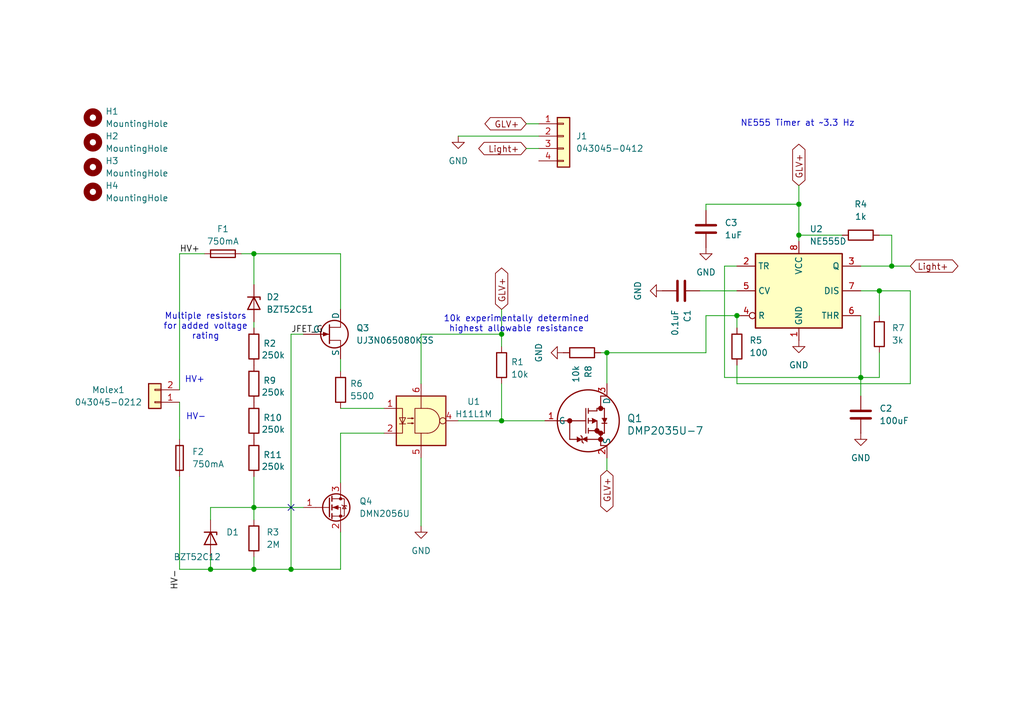
<source format=kicad_sch>
(kicad_sch (version 20231120) (generator "eeschema") (generator_version "8.0")
  (paper "A5")
  (lib_symbols
    (symbol "Connector_Generic:Conn_01x02" (pin_names (offset 1.016) hide)
      (property "Reference" "J" (at 0 2.54 0))
      (property "Value" "Conn_01x02" (at 0 -5.08 0))
      (symbol "Conn_01x02_1_1"
        (rectangle (start -1.27 -2.413) (end 0 -2.667) (stroke (width 0.1524)))
        (rectangle (start -1.27 0.127) (end 0 -0.127) (stroke (width 0.1524)))
        (rectangle (start -1.27 1.27) (end 1.27 -3.81) (stroke (width 0.254)) (fill (type background)))
        (pin passive line (at -5.08 0 0) (length 3.81) (name "Pin_1") (number "1"))
        (pin passive line (at -5.08 -2.54 0) (length 3.81) (name "Pin_2") (number "2"))
      )
    )
    (symbol "Connector_Generic:Conn_01x04" (pin_names (offset 1.016) hide)
      (property "Reference" "J" (at 0 5.08 0))
      (property "Value" "Conn_01x04" (at 0 -7.62 0))
      (symbol "Conn_01x04_1_1"
        (rectangle (start -1.27 -4.953) (end 0 -5.207) (stroke (width 0.1524)))
        (rectangle (start -1.27 -2.413) (end 0 -2.667) (stroke (width 0.1524)))
        (rectangle (start -1.27 0.127) (end 0 -0.127) (stroke (width 0.1524)))
        (rectangle (start -1.27 2.667) (end 0 2.413) (stroke (width 0.1524)))
        (rectangle (start -1.27 3.81) (end 1.27 -6.35) (stroke (width 0.254)) (fill (type background)))
        (pin passive line (at -5.08 2.54 0) (length 3.81) (name "Pin_1") (number "1"))
        (pin passive line (at -5.08 0 0) (length 3.81) (name "Pin_2") (number "2"))
        (pin passive line (at -5.08 -2.54 0) (length 3.81) (name "Pin_3") (number "3"))
        (pin passive line (at -5.08 -5.08 0) (length 3.81) (name "Pin_4") (number "4"))
      )
    )
    (symbol "Device:C" (pin_numbers hide) (pin_names (offset 0.254))
      (property "Reference" "C" (at 0.635 2.54 0))
      (property "Value" "C" (at 0.635 -2.54 0))
      (symbol "C_0_1"
        (polyline (pts (xy -2.032 -0.762) (xy 2.032 -0.762)) (stroke (width 0.508)))
        (polyline (pts (xy -2.032 0.762) (xy 2.032 0.762)) (stroke (width 0.508)))
      )
      (symbol "C_1_1"
        (pin passive line (at 0 3.81 270) (length 2.794) (name "~") (number "1"))
        (pin passive line (at 0 -3.81 90) (length 2.794) (name "~") (number "2"))
      )
    )
    (symbol "Device:D_Zener" (pin_numbers hide) (pin_names (offset 1.016) hide)
      (property "Reference" "D" (at 0 2.54 0))
      (property "Value" "D_Zener" (at 0 -2.54 0))
      (symbol "D_Zener_0_1"
        (polyline (pts (xy 1.27 0) (xy -1.27 0)))
        (polyline (pts (xy -1.27 -1.27) (xy -1.27 1.27) (xy -0.762 1.27)) (stroke (width 0.254)))
        (polyline (pts (xy 1.27 -1.27) (xy 1.27 1.27) (xy -1.27 0) (xy 1.27 -1.27)) (stroke (width 0.254)))
      )
      (symbol "D_Zener_1_1"
        (pin passive line (at -3.81 0 0) (length 2.54) (name "K") (number "1"))
        (pin passive line (at 3.81 0 180) (length 2.54) (name "A") (number "2"))
      )
    )
    (symbol "Device:Fuse" (pin_numbers hide) (pin_names (offset 0))
      (property "Reference" "F" (at 2.032 0 90))
      (property "Value" "Fuse" (at -1.905 0 90))
      (symbol "Fuse_0_1"
        (rectangle (start -0.762 -2.54) (end 0.762 2.54) (stroke (width 0.254)))
        (polyline (pts (xy 0 2.54) (xy 0 -2.54)))
      )
      (symbol "Fuse_1_1"
        (pin passive line (at 0 3.81 270) (length 1.27) (name "~") (number "1"))
        (pin passive line (at 0 -3.81 90) (length 1.27) (name "~") (number "2"))
      )
    )
    (symbol "Device:R" (pin_numbers hide) (pin_names (offset 0))
      (property "Reference" "R" (at 2.032 0 90))
      (property "Value" "R" (at 0 0 90))
      (symbol "R_0_1"
        (rectangle (start -1.016 -2.54) (end 1.016 2.54) (stroke (width 0.254)))
      )
      (symbol "R_1_1"
        (pin passive line (at 0 3.81 270) (length 1.27) (name "~") (number "1"))
        (pin passive line (at 0 -3.81 90) (length 1.27) (name "~") (number "2"))
      )
    )
    (symbol "Diode:BZT52Bxx" (pin_numbers hide) (pin_names hide)
      (property "Reference" "D" (at 0 2.54 0))
      (property "Value" "BZT52Bxx" (at 0 -2.54 0))
      (symbol "BZT52Bxx_0_1"
        (polyline (pts (xy 1.27 0) (xy -1.27 0)))
        (polyline (pts (xy -1.27 -1.27) (xy -1.27 1.27) (xy -0.762 1.27)) (stroke (width 0.254)))
        (polyline (pts (xy 1.27 -1.27) (xy 1.27 1.27) (xy -1.27 0) (xy 1.27 -1.27)) (stroke (width 0.254)))
      )
      (symbol "BZT52Bxx_1_1"
        (pin passive line (at -3.81 0 0) (length 2.54) (name "K") (number "1"))
        (pin passive line (at 3.81 0 180) (length 2.54) (name "A") (number "2"))
      )
    )
    (symbol "Isolator:H11L1" (pin_names (offset 1.016))
      (property "Reference" "U" (at 1.27 8.89 0))
      (property "Value" "H11L1" (at 1.27 6.35 0))
      (symbol "H11L1_0_1"
        (rectangle (start -5.08 5.08) (end 5.08 -5.08) (stroke (width 0.254)) (fill (type background)))
        (polyline (pts (xy -4.445 -0.635) (xy -3.175 -0.635)))
        (polyline (pts (xy 0 2.54) (xy 0 5.08)))
        (polyline (pts (xy 0 -2.54) (xy 0 -5.08) (xy 0 -3.81)))
        (polyline (pts (xy -5.08 -2.54) (xy -3.81 -2.54) (xy -3.81 2.54) (xy -5.08 2.54)))
        (polyline (pts (xy -3.81 -0.635) (xy -4.445 0.635) (xy -3.175 0.635) (xy -3.81 -0.635)))
        (polyline (pts (xy 1.27 -2.54) (xy -1.27 -2.54) (xy -1.27 2.54) (xy 1.27 2.54)))
        (polyline (pts (xy -2.794 -0.508) (xy -1.524 -0.508) (xy -1.905 -0.635) (xy -1.905 -0.381) (xy -1.524 -0.508)))
        (polyline (pts (xy -2.794 0.508) (xy -1.524 0.508) (xy -1.905 0.381) (xy -1.905 0.635) (xy -1.524 0.508)))
        (arc (start 1.27 -2.54) (mid 3.799 0) (end 1.27 2.54))
      )
      (symbol "H11L1_1_1"
        (pin passive line (at -7.62 2.54 0) (length 2.54) (name "~") (number "1"))
        (pin passive line (at -7.62 -2.54 0) (length 2.54) (name "~") (number "2"))
        (pin no_connect line (at -5.08 0 0) (length 2.54) hide (name "~") (number "3"))
        (pin output inverted (at 7.62 0 180) (length 3.81) (name "~") (number "4"))
        (pin power_in line (at 0 -7.62 90) (length 2.54) (name "~") (number "5"))
        (pin power_in line (at 0 7.62 270) (length 2.54) (name "~") (number "6"))
      )
    )
    (symbol "Mechanical:MountingHole" (pin_names (offset 1.016)) (exclude_from_sim yes) (in_bom no)
      (property "Reference" "H" (at 0 5.08 0))
      (property "Value" "MountingHole" (at 0 3.175 0))
      (symbol "MountingHole_0_1"
        (circle (center 0 0) (radius 1.27) (stroke (width 1.27)))
      )
    )
    (symbol "Simulation_SPICE:NJFET" (pin_numbers hide) (pin_names (offset 0))
      (property "Reference" "Q3" (at 5.715 1.27 0))
      (property "Value" "UJ3N120035K3S" (at 5.715 -1.27 0))
      (symbol "NJFET_0_1"
        (polyline (pts (xy 0.254 1.905) (xy 0.254 -1.905) (xy 0.254 -1.905)) (stroke (width 0.254)))
        (polyline (pts (xy 2.54 -2.54) (xy 2.54 -1.27) (xy 0.254 -1.27)))
        (polyline (pts (xy 2.54 2.54) (xy 2.54 1.397) (xy 0.254 1.397)))
        (polyline (pts (xy 0 0) (xy -1.016 0.381) (xy -1.016 -0.381) (xy 0 0)) (fill (type outline)))
        (circle (center 1.27 0) (radius 2.8194) (stroke (width 0.254)))
      )
      (symbol "NJFET_1_1"
        (pin input line (at -5.08 0 0) (length 5.334) (name "G") (number "1"))
        (pin passive line (at 2.54 5.08 270) (length 2.54) (name "D") (number "2"))
        (pin passive line (at 2.54 -5.08 90) (length 2.54) (name "S") (number "3"))
      )
    )
    (symbol "Timer:NE555D"
      (property "Reference" "U" (at -10.16 8.89 0))
      (property "Value" "NE555D" (at 2.54 8.89 0))
      (symbol "NE555D_0_0"
        (pin power_in line (at 0 -10.16 90) (length 2.54) (name "GND") (number "1"))
        (pin power_in line (at 0 10.16 270) (length 2.54) (name "VCC") (number "8"))
      )
      (symbol "NE555D_0_1"
        (rectangle (start -8.89 -7.62) (end 8.89 7.62) (stroke (width 0.254)) (fill (type background)))
        (rectangle (start -8.89 -7.62) (end 8.89 7.62) (stroke (width 0.254)) (fill (type background)))
      )
      (symbol "NE555D_1_1"
        (pin input line (at -12.7 5.08 0) (length 3.81) (name "TR") (number "2"))
        (pin output line (at 12.7 5.08 180) (length 3.81) (name "Q") (number "3"))
        (pin input inverted (at -12.7 -5.08 0) (length 3.81) (name "R") (number "4"))
        (pin input line (at -12.7 0 0) (length 3.81) (name "CV") (number "5"))
        (pin input line (at 12.7 -5.08 180) (length 3.81) (name "THR") (number "6"))
        (pin input line (at 12.7 0 180) (length 3.81) (name "DIS") (number "7"))
      )
    )
    (symbol "Transistor_FET:DMN2056U" (pin_names hide)
      (property "Reference" "Q" (at 5.08 1.905 0))
      (property "Value" "DMN2056U" (at 5.08 0 0))
      (symbol "DMN2056U_0_1"
        (polyline (pts (xy 0.254 0) (xy -2.54 0)))
        (polyline (pts (xy 0.254 1.905) (xy 0.254 -1.905)) (stroke (width 0.254)))
        (polyline (pts (xy 0.762 -1.27) (xy 0.762 -2.286)) (stroke (width 0.254)))
        (polyline (pts (xy 0.762 0.508) (xy 0.762 -0.508)) (stroke (width 0.254)))
        (polyline (pts (xy 0.762 2.286) (xy 0.762 1.27)) (stroke (width 0.254)))
        (polyline (pts (xy 2.54 2.54) (xy 2.54 1.778)))
        (polyline (pts (xy 2.54 -2.54) (xy 2.54 0) (xy 0.762 0)))
        (polyline (pts (xy 0.762 -1.778) (xy 3.302 -1.778) (xy 3.302 1.778) (xy 0.762 1.778)))
        (polyline (pts (xy 1.016 0) (xy 2.032 0.381) (xy 2.032 -0.381) (xy 1.016 0)) (fill (type outline)))
        (polyline (pts (xy 2.794 0.508) (xy 2.921 0.381) (xy 3.683 0.381) (xy 3.81 0.254)))
        (polyline (pts (xy 3.302 0.381) (xy 2.921 -0.254) (xy 3.683 -0.254) (xy 3.302 0.381)))
        (circle (center 1.651 0) (radius 2.794) (stroke (width 0.254)))
        (circle (center 2.54 -1.778) (radius 0.254) (fill (type outline)))
        (circle (center 2.54 1.778) (radius 0.254) (fill (type outline)))
      )
      (symbol "DMN2056U_1_1"
        (pin input line (at -5.08 0 0) (length 2.54) (name "G") (number "1"))
        (pin passive line (at 2.54 -5.08 90) (length 2.54) (name "S") (number "2"))
        (pin passive line (at 2.54 5.08 270) (length 2.54) (name "D") (number "3"))
      )
    )
    (symbol "Transistor_FET:DMP2035U-7" (pin_names (offset 0.254))
      (property "Reference" "MOSFET" (at 16.51 1.27 0))
      (property "Value" "DMP2035U-7" (at 16.51 -1.27 0))
      (symbol "DMP2035U-7_0_1"
        (polyline (pts (xy 2.54 0) (xy 8.382 0)) (stroke (width 0.2032)))
        (polyline (pts (xy 5.08 -3.81) (xy 5.08 0)) (stroke (width 0.2032)))
        (polyline (pts (xy 5.08 -3.81) (xy 6.604 -3.81)) (stroke (width 0.2032)))
        (polyline (pts (xy 7.366 -3.048) (xy 7.62 -3.302)) (stroke (width 0.2032)))
        (polyline (pts (xy 7.62 -4.318) (xy 7.874 -4.572)) (stroke (width 0.2032)))
        (polyline (pts (xy 7.62 -3.302) (xy 7.62 -4.318)) (stroke (width 0.2032)))
        (polyline (pts (xy 8.382 -2.54) (xy 8.382 2.54)) (stroke (width 0.2032)))
        (polyline (pts (xy 8.636 -3.81) (xy 11.43 -3.81)) (stroke (width 0.2032)))
        (polyline (pts (xy 8.89 -2.54) (xy 8.89 -1.524)) (stroke (width 0.2032)))
        (polyline (pts (xy 8.89 -2.032) (xy 10.668 -2.032)) (stroke (width 0.2032)))
        (polyline (pts (xy 8.89 -0.508) (xy 8.89 0.508)) (stroke (width 0.2032)))
        (polyline (pts (xy 8.89 0) (xy 10.668 0)) (stroke (width 0.2032)))
        (polyline (pts (xy 8.89 1.524) (xy 8.89 2.54)) (stroke (width 0.2032)))
        (polyline (pts (xy 8.89 2.032) (xy 10.668 2.032)) (stroke (width 0.2032)))
        (polyline (pts (xy 10.668 -2.54) (xy 10.668 0)) (stroke (width 0.2032)))
        (polyline (pts (xy 10.668 -2.54) (xy 12.192 -2.54)) (stroke (width 0.2032)))
        (polyline (pts (xy 10.668 2.032) (xy 10.668 2.54)) (stroke (width 0.2032)))
        (polyline (pts (xy 10.668 2.54) (xy 12.192 2.54)) (stroke (width 0.2032)))
        (polyline (pts (xy 11.43 -5.08) (xy 11.43 -2.54)) (stroke (width 0.2032)))
        (polyline (pts (xy 11.43 -5.08) (xy 12.7 -5.08)) (stroke (width 0.2032)))
        (polyline (pts (xy 11.43 5.08) (xy 11.43 2.54)) (stroke (width 0.2032)))
        (polyline (pts (xy 11.43 5.08) (xy 12.7 5.08)) (stroke (width 0.2032)))
        (polyline (pts (xy 11.684 -0.508) (xy 12.7 -0.508)) (stroke (width 0.2032)))
        (polyline (pts (xy 12.192 -2.54) (xy 12.192 2.54)) (stroke (width 0.2032)))
        (polyline (pts (xy 6.604 -3.302) (xy 6.604 -4.318) (xy 7.62 -3.81)) (fill (type outline)))
        (polyline (pts (xy 8.636 -4.318) (xy 8.636 -3.302) (xy 7.62 -3.81)) (fill (type outline)))
        (polyline (pts (xy 9.652 0.508) (xy 10.668 0) (xy 9.652 -0.508)) (fill (type outline)))
        (polyline (pts (xy 11.684 0.508) (xy 12.7 0.508) (xy 12.192 -0.508)) (fill (type outline)))
        (circle (center 5.08 0) (radius 0.0254) (stroke (width 0.508)))
        (circle (center 8.89 0) (radius 6.35) (stroke (width 0.254)))
        (circle (center 10.668 -2.032) (radius 0.0254) (stroke (width 0.508)))
        (circle (center 11.43 -3.81) (radius 0.0254) (stroke (width 0.508)))
        (circle (center 11.43 -2.54) (radius 0.0254) (stroke (width 0.508)))
        (circle (center 11.43 2.54) (radius 0.0254) (stroke (width 0.508)))
        (pin unspecified line (at 0 0 0) (length 2.54) (name "G") (number "1"))
        (pin unspecified line (at 12.7 -7.62 90) (length 2.54) (name "S") (number "2"))
        (pin unspecified line (at 12.7 7.62 270) (length 2.54) (name "D") (number "3"))
      )
    )
    (symbol "power:GND" (power) (pin_numbers hide) (pin_names (offset 0) hide)
      (property "Value" "GND" (at 0 -3.81 0))
      (symbol "GND_0_1"
        (polyline (pts (xy 0 0) (xy 0 -1.27) (xy 1.27 -1.27) (xy 0 -2.54) (xy -1.27 -1.27) (xy 0 -1.27)))
      )
      (symbol "GND_1_1"
        (pin power_in line (at 0 0 270) (length 0) (name "~") (number "1"))
      )
    )
  )
  (junction (at 176.53 77.47))
  (junction (at 124.46 72.39))
  (junction (at 163.83 48.26))
  (junction (at 52.07 116.84))
  (junction (at 182.88 54.61))
  (junction (at 52.07 52.07))
  (junction (at 52.07 104.14))
  (junction (at 163.83 41.91))
  (junction (at 59.69 116.84))
  (junction (at 180.34 59.69))
  (junction (at 102.87 68.58))
  (junction (at 102.87 86.36))
  (junction (at 151.13 64.77))
  (junction (at 43.18 116.84))
  (no_connect (at 59.69 104.14))
  (wire (pts (xy 163.83 48.26) (xy 172.72 48.26)))
  (wire (pts (xy 151.13 74.93) (xy 151.13 78.74)))
  (wire (pts (xy 143.51 59.69) (xy 151.13 59.69)))
  (wire (pts (xy 186.69 78.74) (xy 151.13 78.74)))
  (wire (pts (xy 78.74 88.9) (xy 69.85 88.9)))
  (wire (pts (xy 144.78 41.91) (xy 144.78 43.18)))
  (wire (pts (xy 180.34 48.26) (xy 182.88 48.26)))
  (wire (pts (xy 59.69 68.58) (xy 59.69 116.84)))
  (wire (pts (xy 52.07 52.07) (xy 52.07 58.42)))
  (wire (pts (xy 107.95 25.4) (xy 110.49 25.4)))
  (wire (pts (xy 69.85 109.22) (xy 69.85 116.84)))
  (wire (pts (xy 69.85 52.07) (xy 69.85 63.5)))
  (wire (pts (xy 36.83 97.79) (xy 36.83 116.84)))
  (wire (pts (xy 59.69 116.84) (xy 69.85 116.84)))
  (wire (pts (xy 69.85 88.9) (xy 69.85 99.06)))
  (wire (pts (xy 107.95 30.48) (xy 110.49 30.48)))
  (wire (pts (xy 86.36 93.98) (xy 86.36 107.95)))
  (wire (pts (xy 144.78 41.91) (xy 163.83 41.91)))
  (wire (pts (xy 182.88 48.26) (xy 182.88 54.61)))
  (wire (pts (xy 124.46 96.52) (xy 124.46 93.98)))
  (wire (pts (xy 52.07 52.07) (xy 69.85 52.07)))
  (wire (pts (xy 163.83 38.1) (xy 163.83 41.91)))
  (wire (pts (xy 36.83 52.07) (xy 36.83 80.01)))
  (wire (pts (xy 52.07 104.14) (xy 52.07 97.79)))
  (wire (pts (xy 176.53 77.47) (xy 148.59 77.47)))
  (wire (pts (xy 124.46 72.39) (xy 124.46 78.74)))
  (wire (pts (xy 180.34 59.69) (xy 186.69 59.69)))
  (wire (pts (xy 176.53 54.61) (xy 182.88 54.61)))
  (wire (pts (xy 43.18 116.84) (xy 52.07 116.84)))
  (wire (pts (xy 144.78 64.77) (xy 144.78 72.39)))
  (wire (pts (xy 144.78 64.77) (xy 151.13 64.77)))
  (wire (pts (xy 52.07 116.84) (xy 59.69 116.84)))
  (wire (pts (xy 123.19 72.39) (xy 124.46 72.39)))
  (wire (pts (xy 93.98 86.36) (xy 102.87 86.36)))
  (wire (pts (xy 148.59 54.61) (xy 151.13 54.61)))
  (wire (pts (xy 176.53 64.77) (xy 176.53 77.47)))
  (wire (pts (xy 102.87 86.36) (xy 111.76 86.36)))
  (wire (pts (xy 43.18 104.14) (xy 52.07 104.14)))
  (wire (pts (xy 182.88 54.61) (xy 186.69 54.61)))
  (wire (pts (xy 43.18 116.84) (xy 43.18 114.3)))
  (wire (pts (xy 180.34 59.69) (xy 180.34 64.77)))
  (wire (pts (xy 36.83 116.84) (xy 43.18 116.84)))
  (wire (pts (xy 36.83 52.07) (xy 41.91 52.07)))
  (wire (pts (xy 78.74 83.82) (xy 69.85 83.82)))
  (wire (pts (xy 69.85 73.66) (xy 69.85 76.2)))
  (wire (pts (xy 86.36 68.58) (xy 102.87 68.58)))
  (wire (pts (xy 176.53 77.47) (xy 176.53 81.28)))
  (wire (pts (xy 124.46 72.39) (xy 144.78 72.39)))
  (wire (pts (xy 43.18 104.14) (xy 43.18 106.68)))
  (wire (pts (xy 102.87 63.5) (xy 102.87 68.58)))
  (wire (pts (xy 151.13 64.77) (xy 151.13 67.31)))
  (wire (pts (xy 180.34 72.39) (xy 180.34 77.47)))
  (wire (pts (xy 52.07 116.84) (xy 52.07 114.3)))
  (wire (pts (xy 52.07 104.14) (xy 62.23 104.14)))
  (wire (pts (xy 163.83 41.91) (xy 163.83 48.26)))
  (wire (pts (xy 52.07 104.14) (xy 52.07 106.68)))
  (wire (pts (xy 163.83 48.26) (xy 163.83 49.53)))
  (wire (pts (xy 36.83 82.55) (xy 36.83 90.17)))
  (wire (pts (xy 49.53 52.07) (xy 52.07 52.07)))
  (wire (pts (xy 180.34 77.47) (xy 176.53 77.47)))
  (wire (pts (xy 93.98 27.94) (xy 110.49 27.94)))
  (wire (pts (xy 86.36 78.74) (xy 86.36 68.58)))
  (wire (pts (xy 52.07 66.04) (xy 52.07 67.31)))
  (wire (pts (xy 176.53 59.69) (xy 180.34 59.69)))
  (wire (pts (xy 102.87 86.36) (xy 102.87 78.74)))
  (wire (pts (xy 102.87 68.58) (xy 102.87 71.12)))
  (wire (pts (xy 186.69 59.69) (xy 186.69 78.74)))
  (wire (pts (xy 148.59 77.47) (xy 148.59 54.61)))
  (wire (pts (xy 59.69 68.58) (xy 62.23 68.58)))
  (text "NE555 Timer at ~3.3 Hz" (at 163.576 25.4 0) (effects (font (size 1.27 1.27))))
  (text "Multiple resistors\nfor added voltage\nrating" (at 42.164 67.056 0) (effects (font (size 1.27 1.27))))
  (text "10k experimentally determined\nhighest allowable resistance" (at 105.918 66.548 0) (effects (font (size 1.27 1.27))))
  (text "HV+" (at 37.846 78.74 0) (effects (font (size 1.27 1.27)) (justify left bottom)))
  (text "HV-" (at 38.1 86.36 0) (effects (font (size 1.27 1.27)) (justify left bottom)))
  (label "JFET_G" (at 59.69 68.58 0))
  (label "HV+" (at 36.83 52.07 0))
  (label "HV-" (at 36.83 116.84 270))
  (global_label "GLV+" (shape bidirectional) (at 124.46 96.52 270) (property "Intersheetrefs" "${INTERSHEET_REFS}" (effects (hide yes))))
  (global_label "Light+" (shape bidirectional) (at 186.69 54.61 0) (property "Intersheetrefs" "${INTERSHEET_REFS}" (effects (hide yes))))
  (global_label "GLV+" (shape bidirectional) (at 102.87 63.5 90) (property "Intersheetrefs" "${INTERSHEET_REFS}" (effects (hide yes))))
  (global_label "GLV+" (shape bidirectional) (at 107.95 25.4 180) (property "Intersheetrefs" "${INTERSHEET_REFS}" (effects (hide yes))))
  (global_label "Light+" (shape bidirectional) (at 107.95 30.48 180) (property "Intersheetrefs" "${INTERSHEET_REFS}" (effects (hide yes))))
  (global_label "GLV+" (shape bidirectional) (at 163.83 38.1 90) (property "Intersheetrefs" "${INTERSHEET_REFS}" (effects (hide yes))))
  (symbol (lib_id "Device:C") (at 139.7 59.69 90) (unit 1)
    (property "Reference" "C1" (at 140.9701 63.5 0) (effects (justify right)))
    (property "Value" "0.1uF" (at 138.4301 63.5 0) (effects (justify right)))
    (property "Footprint" "Capacitor_SMD:C_0805_2012Metric_Pad1.18x1.45mm_HandSolder" (effects (hide yes)))
    (property "Description" "Unpolarized capacitor" (effects (hide yes)))
  )
  (symbol (lib_id "power:GND") (at 86.36 107.95 0) (unit 1)
    (property "Reference" "#PWR04" (effects (hide yes)))
    (property "Value" "GND" (at 86.36 113.03 0))
    (property "Description" "Power symbol creates a global label with name \"GND\" , ground" (effects (hide yes)))
  )
  (symbol (lib_id "power:GND") (at 115.57 72.39 270) (unit 1)
    (property "Reference" "#PWR05" (effects (hide yes)))
    (property "Value" "GND" (at 110.49 72.39 0))
    (property "Description" "Power symbol creates a global label with name \"GND\" , ground" (effects (hide yes)))
  )
  (symbol (lib_id "Transistor_FET:DMN2056U") (at 67.31 104.14 0) (unit 1)
    (property "Reference" "Q4" (at 73.66 102.8699 0) (effects (justify left)))
    (property "Value" "DMN2056U" (at 73.66 105.4099 0) (effects (justify left)))
    (property "Footprint" "Package_TO_SOT_SMD:SOT-23" (effects (hide yes)))
    (property "Datasheet" "http://www.diodes.com/assets/Datasheets/DMN2056U.pdf" (effects (hide yes)))
    (property "Description" "4A Id, 20V Vds, N-Channel MOSFET, SOT-23" (effects (hide yes)))
  )
  (symbol (lib_id "Device:R") (at 69.85 80.01 0) (unit 1)
    (property "Reference" "R6" (at 71.755 78.74 0) (effects (justify left)))
    (property "Value" "5500" (at 71.755 81.28 0) (effects (justify left)))
    (property "Footprint" "Resistor_SMD:R_0805_2012Metric_Pad1.20x1.40mm_HandSolder" (effects (hide yes)))
  )
  (symbol (lib_id "Transistor_FET:DMP2035U-7") (at 111.76 86.36 0) (unit 1)
    (property "Reference" "Q1" (at 128.524 85.852 0) (effects (font (size 1.524 1.524)) (justify left)))
    (property "Value" "DMP2035U-7" (at 128.524 88.392 0) (effects (font (size 1.524 1.524)) (justify left)))
    (property "Footprint" "SOT23_DIO" (effects (hide yes)))
    (property "Datasheet" "DMP2035U-7" (effects (hide yes)))
  )
  (symbol (lib_id "Device:R") (at 52.07 71.12 0) (unit 1)
    (property "Reference" "R2" (at 53.975 70.485 0) (effects (justify left)))
    (property "Value" "250k" (at 53.594 72.898 0) (effects (justify left)))
    (property "Footprint" "Resistor_SMD:R_0805_2012Metric_Pad1.20x1.40mm_HandSolder" (effects (hide yes)))
  )
  (symbol (lib_id "power:GND") (at 93.98 27.94 0) (mirror y) (unit 1)
    (property "Reference" "#PWR08" (effects (hide yes)))
    (property "Value" "GND" (at 93.98 33.02 0))
    (property "Description" "Power symbol creates a global label with name \"GND\" , ground" (effects (hide yes)))
  )
  (symbol (lib_id "Device:Fuse") (at 45.72 52.07 90) (unit 1)
    (property "Reference" "F1" (at 45.72 46.99 90))
    (property "Value" "750mA" (at 45.72 49.53 90))
    (property "Footprint" "Library:FUSE_BK_PCS" (effects (hide yes)))
  )
  (symbol (lib_id "Device:C") (at 176.53 85.09 180) (unit 1)
    (property "Reference" "C2" (at 180.34 83.8199 0) (effects (justify right)))
    (property "Value" "100uF" (at 180.34 86.3599 0) (effects (justify right)))
    (property "Footprint" "Capacitor_SMD:C_0805_2012Metric_Pad1.18x1.45mm_HandSolder" (effects (hide yes)))
    (property "Description" "Unpolarized capacitor" (effects (hide yes)))
  )
  (symbol (lib_id "Device:R") (at 52.07 78.74 0) (unit 1)
    (property "Reference" "R9" (at 53.975 78.105 0) (effects (justify left)))
    (property "Value" "250k" (at 53.594 80.518 0) (effects (justify left)))
    (property "Footprint" "Resistor_SMD:R_0805_2012Metric_Pad1.20x1.40mm_HandSolder" (effects (hide yes)))
  )
  (symbol (lib_id "power:GND") (at 135.89 59.69 270) (unit 1)
    (property "Reference" "#PWR03" (effects (hide yes)))
    (property "Value" "GND" (at 130.81 59.69 0))
    (property "Description" "Power symbol creates a global label with name \"GND\" , ground" (effects (hide yes)))
  )
  (symbol (lib_id "power:GND") (at 144.78 50.8 0) (unit 1)
    (property "Reference" "#PWR06" (effects (hide yes)))
    (property "Value" "GND" (at 144.78 55.88 0))
    (property "Description" "Power symbol creates a global label with name \"GND\" , ground" (effects (hide yes)))
  )
  (symbol (lib_id "Device:R") (at 52.07 93.98 0) (unit 1)
    (property "Reference" "R11" (at 53.975 93.345 0) (effects (justify left)))
    (property "Value" "250k" (at 53.594 95.758 0) (effects (justify left)))
    (property "Footprint" "Resistor_SMD:R_0805_2012Metric_Pad1.20x1.40mm_HandSolder" (effects (hide yes)))
  )
  (symbol (lib_id "Device:C") (at 144.78 46.99 180) (unit 1)
    (property "Reference" "C3" (at 148.59 45.7199 0) (effects (justify right)))
    (property "Value" "1uF" (at 148.59 48.2599 0) (effects (justify right)))
    (property "Footprint" "Capacitor_SMD:C_0805_2012Metric_Pad1.18x1.45mm_HandSolder" (effects (hide yes)))
    (property "Description" "Unpolarized capacitor" (effects (hide yes)))
  )
  (symbol (lib_id "Simulation_SPICE:NJFET") (at 67.31 68.58 0) (unit 1)
    (property "Reference" "Q3" (at 73.025 67.31 0) (effects (justify left)))
    (property "Value" "UJ3N065080K3S" (at 73.025 69.85 0) (effects (justify left)))
    (property "Footprint" "Package_TO_SOT_THT:TO-247-3_Horizontal_TabDown" (effects (hide yes)))
    (property "Sim.Device" "NJFET" (effects (hide yes)))
    (property "Sim.Type" "SHICHMANHODGES" (effects (hide yes)))
    (property "Sim.Pins" "1=D 2=G 3=S" (effects (hide yes)))
  )
  (symbol (lib_id "Device:R") (at 176.53 48.26 90) (unit 1)
    (property "Reference" "R4" (at 176.53 41.91 90))
    (property "Value" "1k" (at 176.53 44.45 90))
    (property "Footprint" "Resistor_SMD:R_0805_2012Metric_Pad1.20x1.40mm_HandSolder" (effects (hide yes)))
    (property "Description" "Resistor" (effects (hide yes)))
  )
  (symbol (lib_id "Device:R") (at 52.07 86.36 0) (unit 1)
    (property "Reference" "R10" (at 53.975 85.725 0) (effects (justify left)))
    (property "Value" "250k" (at 53.594 88.138 0) (effects (justify left)))
    (property "Footprint" "Resistor_SMD:R_0805_2012Metric_Pad1.20x1.40mm_HandSolder" (effects (hide yes)))
  )
  (symbol (lib_id "Device:R") (at 52.07 110.49 0) (unit 1)
    (property "Reference" "R3" (at 54.61 109.2199 0) (effects (justify left)))
    (property "Value" "2M" (at 54.61 111.7599 0) (effects (justify left)))
    (property "Footprint" "Resistor_SMD:R_0805_2012Metric_Pad1.20x1.40mm_HandSolder" (effects (hide yes)))
  )
  (symbol (lib_id "Timer:NE555D") (at 163.83 59.69 0) (unit 1)
    (property "Reference" "U2" (at 166.0241 46.99 0) (effects (justify left)))
    (property "Value" "NE555D" (at 166.0241 49.53 0) (effects (justify left)))
    (property "Footprint" "Package_SO:SOIC-8_3.9x4.9mm_P1.27mm" (effects (hide yes)))
    (property "Datasheet" "http://www.ti.com/lit/ds/symlink/ne555.pdf" (effects (hide yes)))
    (property "Description" "Precision Timers, 555 compatible, SOIC-8" (effects (hide yes)))
  )
  (symbol (lib_id "Device:R") (at 119.38 72.39 90) (unit 1)
    (property "Reference" "R8" (at 120.6501 74.93 0) (effects (justify right)))
    (property "Value" "10k" (at 118.1101 74.93 0) (effects (justify right)))
    (property "Footprint" "Resistor_SMD:R_0805_2012Metric_Pad1.20x1.40mm_HandSolder" (effects (hide yes)))
    (property "Description" "Resistor" (effects (hide yes)))
  )
  (symbol (lib_id "Device:Fuse") (at 36.83 93.98 180) (unit 1)
    (property "Reference" "F2" (at 39.37 92.7099 0) (effects (justify right)))
    (property "Value" "750mA" (at 39.37 95.2499 0) (effects (justify right)))
    (property "Footprint" "Library:FUSE_BK_PCS" (effects (hide yes)))
  )
  (symbol (lib_id "Mechanical:MountingHole") (at 19.05 24.13 0) (unit 1) (exclude_from_sim yes) (in_bom no)
    (property "Reference" "H1" (at 21.59 22.8599 0) (effects (justify left)))
    (property "Value" "MountingHole" (at 21.59 25.3999 0) (effects (justify left)))
    (property "Footprint" "MountingHole:MountingHole_4.3mm_M4" (effects (hide yes)))
    (property "Description" "Mounting Hole without connection" (effects (hide yes)))
  )
  (symbol (lib_id "Isolator:H11L1") (at 86.36 86.36 0) (unit 1)
    (property "Reference" "U1" (at 97.155 82.4231 0))
    (property "Value" "H11L1M" (at 97.155 84.9631 0))
    (property "Footprint" "Package_DIP:DIP-6_W7.62mm" (effects (hide yes)))
    (property "Datasheet" "https://www.onsemi.com/pub/Collateral/H11L3M-D.PDF" (effects (hide yes)))
  )
  (symbol (lib_id "Mechanical:MountingHole") (at 19.05 34.29 0) (unit 1) (exclude_from_sim yes) (in_bom no)
    (property "Reference" "H3" (at 21.59 33.0199 0) (effects (justify left)))
    (property "Value" "MountingHole" (at 21.59 35.5599 0) (effects (justify left)))
    (property "Footprint" "MountingHole:MountingHole_4.3mm_M4" (effects (hide yes)))
    (property "Description" "Mounting Hole without connection" (effects (hide yes)))
  )
  (symbol (lib_id "Device:R") (at 151.13 71.12 0) (unit 1)
    (property "Reference" "R5" (at 153.67 69.8499 0) (effects (justify left)))
    (property "Value" "100" (at 153.67 72.3899 0) (effects (justify left)))
    (property "Footprint" "Resistor_SMD:R_0805_2012Metric_Pad1.20x1.40mm_HandSolder" (effects (hide yes)))
    (property "Description" "Resistor" (effects (hide yes)))
  )
  (symbol (lib_id "Connector_Generic:Conn_01x04") (at 115.57 27.94 0) (unit 1)
    (property "Reference" "J1" (at 118.11 27.94 0) (effects (justify left)))
    (property "Value" "043045-0412" (at 118.11 30.48 0) (effects (justify left)))
    (property "Footprint" "Connector_Molex:Molex_Micro-Fit_3.0_43045-0412_2x02_P3.00mm_Vertical" (effects (hide yes)))
  )
  (symbol (lib_id "Mechanical:MountingHole") (at 19.05 39.37 0) (unit 1) (exclude_from_sim yes) (in_bom no)
    (property "Reference" "H4" (at 21.59 38.0999 0) (effects (justify left)))
    (property "Value" "MountingHole" (at 21.59 40.6399 0) (effects (justify left)))
    (property "Footprint" "MountingHole:MountingHole_4.3mm_M4" (effects (hide yes)))
    (property "Description" "Mounting Hole without connection" (effects (hide yes)))
  )
  (symbol (lib_id "power:GND") (at 176.53 88.9 0) (unit 1)
    (property "Reference" "#PWR02" (effects (hide yes)))
    (property "Value" "GND" (at 176.53 93.98 0))
    (property "Description" "Power symbol creates a global label with name \"GND\" , ground" (effects (hide yes)))
  )
  (symbol (lib_id "Connector_Generic:Conn_01x02") (at 31.75 82.55 180) (unit 1)
    (property "Reference" "Molex1" (at 22.225 80.01 0))
    (property "Value" "043045-0212" (at 22.225 82.55 0))
    (property "Footprint" "Connector_Molex:Molex_Micro-Fit_3.0_43045-0212_2x01_P3.00mm_Vertical" (effects (hide yes)))
  )
  (symbol (lib_id "Device:R") (at 180.34 68.58 0) (unit 1)
    (property "Reference" "R7" (at 182.88 67.3099 0) (effects (justify left)))
    (property "Value" "3k" (at 182.88 69.8499 0) (effects (justify left)))
    (property "Footprint" "Resistor_SMD:R_0805_2012Metric_Pad1.20x1.40mm_HandSolder" (effects (hide yes)))
    (property "Description" "Resistor" (effects (hide yes)))
  )
  (symbol (lib_id "Device:D_Zener") (at 43.18 110.49 270) (unit 1)
    (property "Reference" "D1" (at 46.355 109.22 90) (effects (justify left)))
    (property "Value" "BZT52C12" (at 35.56 114.3 90) (effects (justify left)))
    (property "Footprint" "Diode_SMD:D_SOD-123" (effects (hide yes)))
  )
  (symbol (lib_id "Diode:BZT52Bxx") (at 52.07 62.23 270) (unit 1)
    (property "Reference" "D2" (at 54.61 60.9599 90) (effects (justify left)))
    (property "Value" "BZT52C51" (at 54.61 63.4999 90) (effects (justify left)))
    (property "Footprint" "Diode_SMD:D_SOD-123F" (effects (hide yes)))
    (property "Datasheet" "https://diotec.com/tl_files/diotec/files/pdf/datasheets/bzt52b2v4.pdf" (effects (hide yes)))
    (property "Description" "500mW Zener Diode, SOD-123F" (effects (hide yes)))
  )
  (symbol (lib_id "Mechanical:MountingHole") (at 19.05 29.21 0) (unit 1) (exclude_from_sim yes) (in_bom no)
    (property "Reference" "H2" (at 21.59 27.9399 0) (effects (justify left)))
    (property "Value" "MountingHole" (at 21.59 30.4799 0) (effects (justify left)))
    (property "Footprint" "MountingHole:MountingHole_4.3mm_M4" (effects (hide yes)))
    (property "Description" "Mounting Hole without connection" (effects (hide yes)))
  )
  (symbol (lib_id "power:GND") (at 163.83 69.85 0) (unit 1)
    (property "Reference" "#PWR01" (effects (hide yes)))
    (property "Value" "GND" (at 163.83 74.93 0))
    (property "Description" "Power symbol creates a global label with name \"GND\" , ground" (effects (hide yes)))
  )
  (symbol (lib_id "Device:R") (at 102.87 74.93 0) (unit 1)
    (property "Reference" "R1" (at 104.775 74.295 0) (effects (justify left)))
    (property "Value" "10k" (at 104.775 76.835 0) (effects (justify left)))
    (property "Footprint" "Resistor_SMD:R_0805_2012Metric_Pad1.20x1.40mm_HandSolder" (effects (hide yes)))
  )
)
</source>
